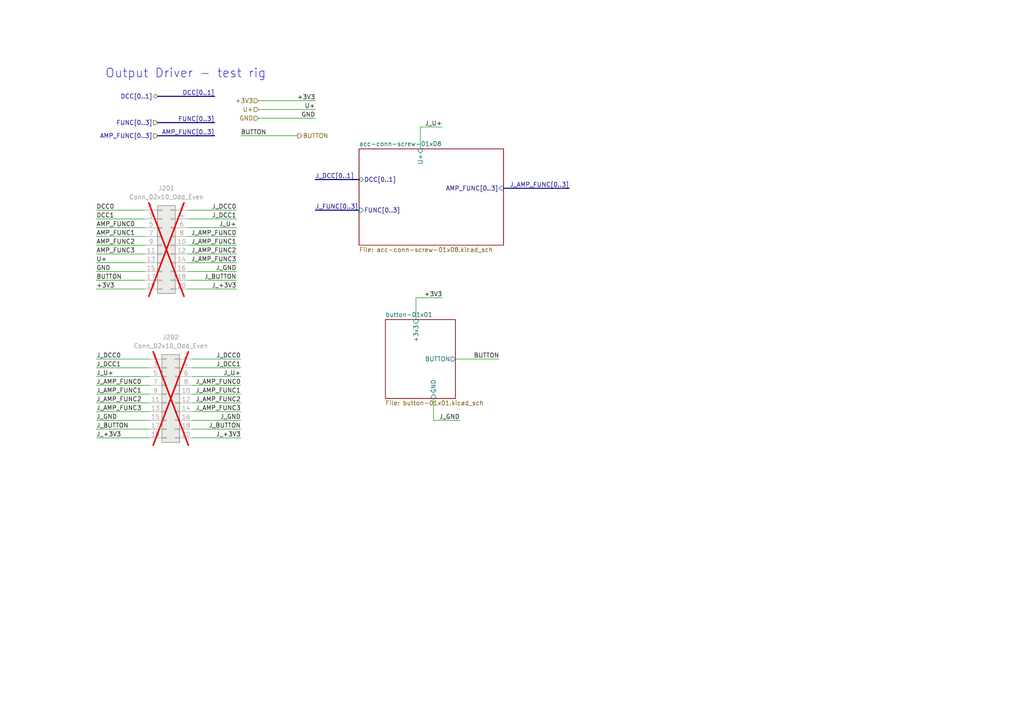
<source format=kicad_sch>
(kicad_sch (version 20231120) (generator "eeschema") (generator_version "8.0")
  (paper "A4")
  (lib_symbols
    (symbol "Connector_Generic:Conn_02x10_Odd_Even" (pin_names (offset 1.016) hide)
      (property "Reference" "J" (at 1.27 12.7 0))
      (property "Value" "Conn_02x10_Odd_Even" (at 1.27 -15.24 0))
      (symbol "Conn_02x10_Odd_Even_1_1"
        (rectangle (start -1.27 -12.573) (end 0 -12.827) (stroke (width 0.1524)))
        (rectangle (start -1.27 -10.033) (end 0 -10.287) (stroke (width 0.1524)))
        (rectangle (start -1.27 -7.493) (end 0 -7.747) (stroke (width 0.1524)))
        (rectangle (start -1.27 -4.953) (end 0 -5.207) (stroke (width 0.1524)))
        (rectangle (start -1.27 -2.413) (end 0 -2.667) (stroke (width 0.1524)))
        (rectangle (start -1.27 0.127) (end 0 -0.127) (stroke (width 0.1524)))
        (rectangle (start -1.27 2.667) (end 0 2.413) (stroke (width 0.1524)))
        (rectangle (start -1.27 5.207) (end 0 4.953) (stroke (width 0.1524)))
        (rectangle (start -1.27 7.747) (end 0 7.493) (stroke (width 0.1524)))
        (rectangle (start -1.27 10.287) (end 0 10.033) (stroke (width 0.1524)))
        (rectangle (start -1.27 11.43) (end 3.81 -13.97) (stroke (width 0.254)) (fill (type background)))
        (rectangle (start 3.81 -12.573) (end 2.54 -12.827) (stroke (width 0.1524)))
        (rectangle (start 3.81 -10.033) (end 2.54 -10.287) (stroke (width 0.1524)))
        (rectangle (start 3.81 -7.493) (end 2.54 -7.747) (stroke (width 0.1524)))
        (rectangle (start 3.81 -4.953) (end 2.54 -5.207) (stroke (width 0.1524)))
        (rectangle (start 3.81 -2.413) (end 2.54 -2.667) (stroke (width 0.1524)))
        (rectangle (start 3.81 0.127) (end 2.54 -0.127) (stroke (width 0.1524)))
        (rectangle (start 3.81 2.667) (end 2.54 2.413) (stroke (width 0.1524)))
        (rectangle (start 3.81 5.207) (end 2.54 4.953) (stroke (width 0.1524)))
        (rectangle (start 3.81 7.747) (end 2.54 7.493) (stroke (width 0.1524)))
        (rectangle (start 3.81 10.287) (end 2.54 10.033) (stroke (width 0.1524)))
        (pin passive line (at -5.08 10.16 0) (length 3.81) (name "Pin_1") (number "1"))
        (pin passive line (at 7.62 0 180) (length 3.81) (name "Pin_10") (number "10"))
        (pin passive line (at -5.08 -2.54 0) (length 3.81) (name "Pin_11") (number "11"))
        (pin passive line (at 7.62 -2.54 180) (length 3.81) (name "Pin_12") (number "12"))
        (pin passive line (at -5.08 -5.08 0) (length 3.81) (name "Pin_13") (number "13"))
        (pin passive line (at 7.62 -5.08 180) (length 3.81) (name "Pin_14") (number "14"))
        (pin passive line (at -5.08 -7.62 0) (length 3.81) (name "Pin_15") (number "15"))
        (pin passive line (at 7.62 -7.62 180) (length 3.81) (name "Pin_16") (number "16"))
        (pin passive line (at -5.08 -10.16 0) (length 3.81) (name "Pin_17") (number "17"))
        (pin passive line (at 7.62 -10.16 180) (length 3.81) (name "Pin_18") (number "18"))
        (pin passive line (at -5.08 -12.7 0) (length 3.81) (name "Pin_19") (number "19"))
        (pin passive line (at 7.62 10.16 180) (length 3.81) (name "Pin_2") (number "2"))
        (pin passive line (at 7.62 -12.7 180) (length 3.81) (name "Pin_20") (number "20"))
        (pin passive line (at -5.08 7.62 0) (length 3.81) (name "Pin_3") (number "3"))
        (pin passive line (at 7.62 7.62 180) (length 3.81) (name "Pin_4") (number "4"))
        (pin passive line (at -5.08 5.08 0) (length 3.81) (name "Pin_5") (number "5"))
        (pin passive line (at 7.62 5.08 180) (length 3.81) (name "Pin_6") (number "6"))
        (pin passive line (at -5.08 2.54 0) (length 3.81) (name "Pin_7") (number "7"))
        (pin passive line (at 7.62 2.54 180) (length 3.81) (name "Pin_8") (number "8"))
        (pin passive line (at -5.08 0 0) (length 3.81) (name "Pin_9") (number "9"))
      )
    )
  )
  (wire (pts (xy 69.85 121.92) (xy 55.88 121.92)))
  (bus (pts (xy 91.44 52.07) (xy 104.14 52.07)))
  (wire (pts (xy 69.85 114.3) (xy 55.88 114.3)))
  (wire (pts (xy 27.94 119.38) (xy 43.18 119.38)))
  (wire (pts (xy 54.61 60.96) (xy 68.58 60.96)))
  (bus (pts (xy 45.72 35.56) (xy 62.23 35.56)))
  (wire (pts (xy 27.94 68.58) (xy 41.91 68.58)))
  (wire (pts (xy 27.94 60.96) (xy 41.91 60.96)))
  (wire (pts (xy 69.85 119.38) (xy 55.88 119.38)))
  (wire (pts (xy 27.94 66.04) (xy 41.91 66.04)))
  (wire (pts (xy 54.61 71.12) (xy 68.58 71.12)))
  (wire (pts (xy 27.94 63.5) (xy 41.91 63.5)))
  (bus (pts (xy 165.1 54.61) (xy 146.05 54.61)))
  (wire (pts (xy 69.85 124.46) (xy 55.88 124.46)))
  (wire (pts (xy 54.61 68.58) (xy 68.58 68.58)))
  (wire (pts (xy 120.65 92.71) (xy 120.65 86.36)))
  (wire (pts (xy 27.94 71.12) (xy 41.91 71.12)))
  (wire (pts (xy 121.92 36.83) (xy 121.92 43.18)))
  (wire (pts (xy 54.61 73.66) (xy 68.58 73.66)))
  (wire (pts (xy 27.94 114.3) (xy 43.18 114.3)))
  (wire (pts (xy 69.85 104.14) (xy 55.88 104.14)))
  (wire (pts (xy 69.85 106.68) (xy 55.88 106.68)))
  (wire (pts (xy 144.78 104.14) (xy 132.08 104.14)))
  (wire (pts (xy 69.85 111.76) (xy 55.88 111.76)))
  (wire (pts (xy 69.85 127) (xy 55.88 127)))
  (wire (pts (xy 27.94 78.74) (xy 41.91 78.74)))
  (wire (pts (xy 27.94 121.92) (xy 43.18 121.92)))
  (wire (pts (xy 27.94 83.82) (xy 41.91 83.82)))
  (wire (pts (xy 27.94 111.76) (xy 43.18 111.76)))
  (wire (pts (xy 120.65 86.36) (xy 128.27 86.36)))
  (wire (pts (xy 54.61 78.74) (xy 68.58 78.74)))
  (wire (pts (xy 128.27 36.83) (xy 121.92 36.83)))
  (wire (pts (xy 91.44 29.21) (xy 74.93 29.21)))
  (wire (pts (xy 27.94 109.22) (xy 43.18 109.22)))
  (wire (pts (xy 27.94 106.68) (xy 43.18 106.68)))
  (wire (pts (xy 133.35 121.92) (xy 125.73 121.92)))
  (wire (pts (xy 54.61 83.82) (xy 68.58 83.82)))
  (bus (pts (xy 104.14 60.96) (xy 91.44 60.96)))
  (wire (pts (xy 54.61 81.28) (xy 68.58 81.28)))
  (wire (pts (xy 54.61 76.2) (xy 68.58 76.2)))
  (wire (pts (xy 54.61 66.04) (xy 68.58 66.04)))
  (wire (pts (xy 27.94 124.46) (xy 43.18 124.46)))
  (wire (pts (xy 27.94 116.84) (xy 43.18 116.84)))
  (wire (pts (xy 91.44 34.29) (xy 74.93 34.29)))
  (wire (pts (xy 27.94 81.28) (xy 41.91 81.28)))
  (wire (pts (xy 69.85 39.37) (xy 86.36 39.37)))
  (wire (pts (xy 27.94 73.66) (xy 41.91 73.66)))
  (wire (pts (xy 69.85 109.22) (xy 55.88 109.22)))
  (wire (pts (xy 69.85 116.84) (xy 55.88 116.84)))
  (wire (pts (xy 125.73 121.92) (xy 125.73 115.57)))
  (wire (pts (xy 27.94 127) (xy 43.18 127)))
  (wire (pts (xy 91.44 31.75) (xy 74.93 31.75)))
  (bus (pts (xy 62.23 39.37) (xy 45.72 39.37)))
  (wire (pts (xy 54.61 63.5) (xy 68.58 63.5)))
  (bus (pts (xy 45.72 27.94) (xy 62.23 27.94)))
  (wire (pts (xy 27.94 76.2) (xy 41.91 76.2)))
  (wire (pts (xy 27.94 104.14) (xy 43.18 104.14)))
  (text "Output Driver - test rig" (at 30.48 22.86 0) (effects (font (size 2.54 2.54)) (justify left bottom)))
  (label "J_AMP_FUNC1" (at 68.58 71.12 180))
  (label "BUTTON" (at 27.94 81.28 0))
  (label "J_DCC1" (at 27.94 106.68 0))
  (label "J_AMP_FUNC1" (at 27.94 114.3 0))
  (label "J_U+" (at 68.58 66.04 180))
  (label "J_U+" (at 27.94 109.22 0))
  (label "J_AMP_FUNC2" (at 68.58 73.66 180))
  (label "J_+3V3" (at 27.94 127 0))
  (label "J_U+" (at 69.85 109.22 180))
  (label "BUTTON" (at 144.78 104.14 180))
  (label "J_AMP_FUNC0" (at 69.85 111.76 180))
  (label "J_AMP_FUNC3" (at 68.58 76.2 180))
  (label "AMP_FUNC1" (at 27.94 68.58 0))
  (label "J_+3V3" (at 69.85 127 180))
  (label "J_+3V3" (at 68.58 83.82 180))
  (label "J_FUNC[0..3]" (at 91.44 60.96 0))
  (label "J_GND" (at 69.85 121.92 180))
  (label "J_DCC1" (at 69.85 106.68 180))
  (label "J_GND" (at 27.94 121.92 0))
  (label "DCC[0..1]" (at 62.23 27.94 180))
  (label "J_BUTTON" (at 69.85 124.46 180))
  (label "GND" (at 27.94 78.74 0))
  (label "AMP_FUNC0" (at 27.94 66.04 0))
  (label "AMP_FUNC3" (at 27.94 73.66 0))
  (label "DCC1" (at 27.94 63.5 0))
  (label "DCC0" (at 27.94 60.96 0))
  (label "AMP_FUNC2" (at 27.94 71.12 0))
  (label "J_BUTTON" (at 68.58 81.28 180))
  (label "J_AMP_FUNC3" (at 27.94 119.38 0))
  (label "J_AMP_FUNC1" (at 69.85 114.3 180))
  (label "AMP_FUNC[0..3]" (at 62.23 39.37 180))
  (label "J_DCC0" (at 27.94 104.14 0))
  (label "U+" (at 27.94 76.2 0))
  (label "J_DCC0" (at 69.85 104.14 180))
  (label "J_AMP_FUNC2" (at 27.94 116.84 0))
  (label "BUTTON" (at 69.85 39.37 0))
  (label "J_GND" (at 133.35 121.92 180))
  (label "J_DCC[0..1]" (at 91.44 52.07 0))
  (label "+3V3" (at 91.44 29.21 180))
  (label "J_AMP_FUNC0" (at 27.94 111.76 0))
  (label "J_GND" (at 68.58 78.74 180))
  (label "J_DCC1" (at 68.58 63.5 180))
  (label "+3V3" (at 27.94 83.82 0))
  (label "+3V3" (at 128.27 86.36 180))
  (label "FUNC[0..3]" (at 62.23 35.56 180))
  (label "J_U+" (at 128.27 36.83 180))
  (label "J_BUTTON" (at 27.94 124.46 0))
  (label "GND" (at 91.44 34.29 180))
  (label "J_DCC0" (at 68.58 60.96 180))
  (label "U+" (at 91.44 31.75 180))
  (label "J_AMP_FUNC3" (at 69.85 119.38 180))
  (label "J_AMP_FUNC0" (at 68.58 68.58 180))
  (label "J_AMP_FUNC2" (at 69.85 116.84 180))
  (label "J_AMP_FUNC[0..3]" (at 165.1 54.61 180))
  (hierarchical_label "DCC[0..1]" (shape bidirectional) (at 45.72 27.94 180))
  (hierarchical_label "AMP_FUNC[0..3]" (shape input) (at 45.72 39.37 180))
  (hierarchical_label "GND" (shape input) (at 74.93 34.29 180))
  (hierarchical_label "U+" (shape input) (at 74.93 31.75 180))
  (hierarchical_label "FUNC[0..3]" (shape input) (at 45.72 35.56 180))
  (hierarchical_label "BUTTON" (shape output) (at 86.36 39.37 0))
  (hierarchical_label "+3V3" (shape input) (at 74.93 29.21 180))
  (symbol (lib_id "Connector_Generic:Conn_02x10_Odd_Even") (at 48.26 114.3 0) (unit 1) (dnp yes)
    (property "Reference" "J202" (at 49.53 97.79 0))
    (property "Value" "Conn_02x10_Odd_Even" (at 49.53 100.33 0))
    (property "Footprint" "xDuinoRail:PinHeaderJP_2x10_P2.54mm_Vertical" (effects (hide yes)))
    (property "Description" "Generic connector, double row, 02x10, odd/even pin numbering scheme (row 1 odd numbers, row 2 even numbers), script generated (kicad-library-utils/schlib/autogen/connector/)" (effects (hide yes)))
  )
  (symbol (lib_id "Connector_Generic:Conn_02x10_Odd_Even") (at 46.99 71.12 0) (unit 1) (dnp yes)
    (property "Reference" "J201" (at 48.26 54.61 0))
    (property "Value" "Conn_02x10_Odd_Even" (at 48.26 57.15 0))
    (property "Footprint" "xDuinoRail:PinHeaderJP_2x10_P2.54mm_Vertical" (effects (hide yes)))
    (property "Description" "Generic connector, double row, 02x10, odd/even pin numbering scheme (row 1 odd numbers, row 2 even numbers), script generated (kicad-library-utils/schlib/autogen/connector/)" (effects (hide yes)))
  )
  (sheet (at 104.14 43.18) (size 41.91 27.94) (stroke (width 0.1524))
    (property "Sheetname" "acc-conn-screw-01x08" (at 104.14 42.4684 0) (effects (justify left bottom)))
    (property "Sheetfile" "acc-conn-screw-01x08.kicad_sch" (at 104.14 71.7046 0) (effects (justify left top)))
    (pin "DCC[0..1]" bidirectional (at 104.14 52.07 180))
    (pin "AMP_FUNC[0..3]" input (at 146.05 54.61 0))
    (pin "FUNC[0..3]" input (at 104.14 60.96 180))
    (pin "U+" input (at 121.92 43.18 90))
  )
  (sheet (at 111.76 92.71) (size 20.32 22.86) (stroke (width 0.1524))
    (property "Sheetname" "button-01x01" (at 111.76 91.9984 0) (effects (justify left bottom)))
    (property "Sheetfile" "button-01x01.kicad_sch" (at 111.76 116.1546 0) (effects (justify left top)))
    (pin "+3v3" input (at 120.65 92.71 90))
    (pin "GND" input (at 125.73 115.57 270))
    (pin "BUTTON" output (at 132.08 104.14 0))
  )
)
</source>
